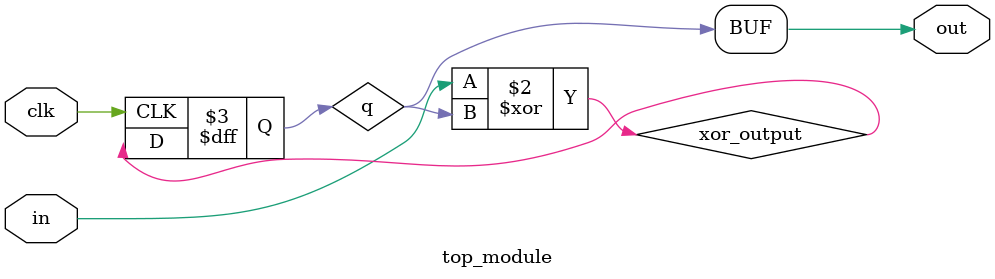
<source format=sv>
module top_module (
	input clk,
	input in,
	output logic out
);

logic xor_output;
logic q;

always_ff @(posedge clk) begin
	q <= xor_output;
end

assign xor_output = in ^ q;
assign out = q;

endmodule

</source>
